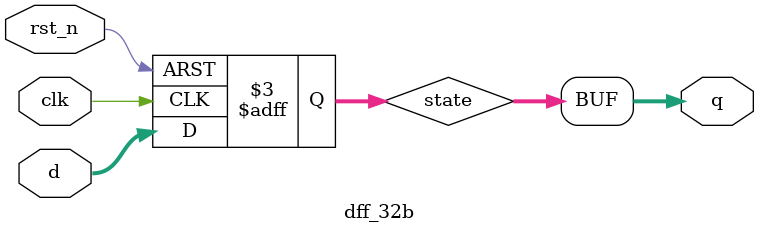
<source format=sv>
module dff_32b(
	input 			clk,
	input 			rst_n,
	input	[31:0]	d,
	output 	[31:0]	q
);

	reg [31:0]	state;
	assign 	q = state;
	
	always_ff @ (posedge clk or negedge rst_n)
		if (!rst_n)
			state <= 32'b0;
		else 
			state <= d;

endmodule

</source>
